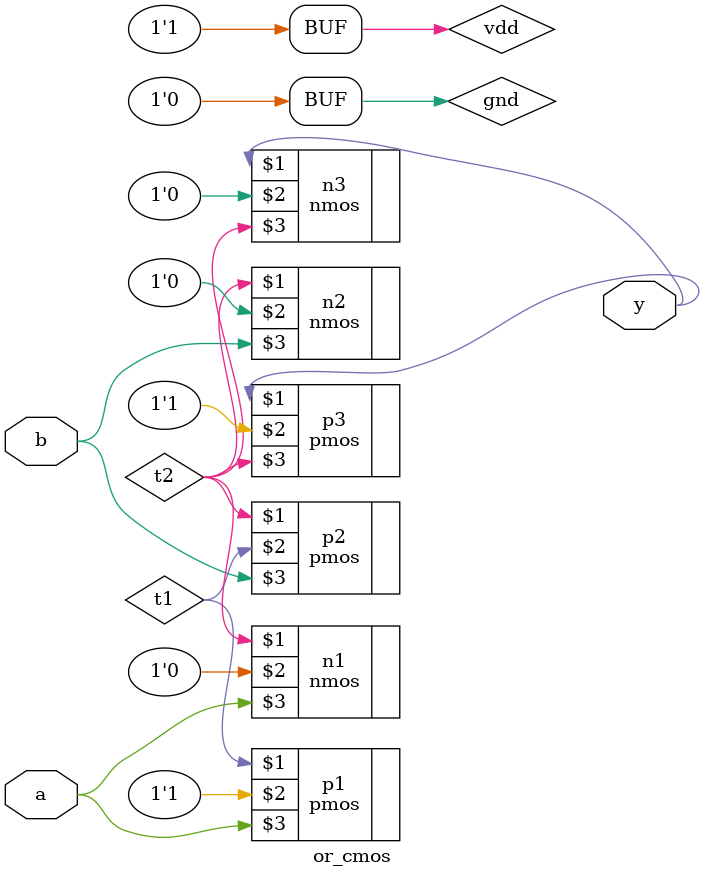
<source format=v>
`timescale 1ns / 1ps


module or_cmos(
    input a,
    input b,
    output y
    );
    
    supply1 vdd;
    supply0 gnd;
    
    wire t1;
    wire t2;
    wire t3;
    
    pmos p1(t1,vdd,a);
    pmos p2(t2,t1,b);
    nmos n1(t2,gnd,a);
    nmos n2(t2,gnd,b);
    pmos p3(y,vdd,t2);
    nmos n3(y,gnd,t2);
endmodule

</source>
